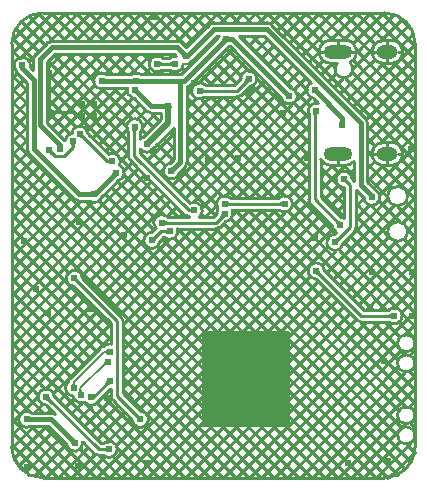
<source format=gbl>
G04 Layer: BottomLayer*
G04 EasyEDA Pro v2.2.32.3, 2024-12-21 19:23:06*
G04 Gerber Generator version 0.3*
G04 Scale: 100 percent, Rotated: No, Reflected: No*
G04 Dimensions in millimeters*
G04 Leading zeros omitted, absolute positions, 3 integers and 5 decimals*
%FSLAX35Y35*%
%MOMM*%
%ADD10C,0.2032*%
%ADD11C,0.254*%
%ADD12O,1.8X1.2*%
%ADD13O,2.4X1.2*%
%ADD14C,0.61*%
%ADD15C,0.6096*%
%ADD16C,0.18723*%
%ADD17C,0.3810*%
%ADD18C,0.381*%
%ADD19C,0.508*%
G75*


G04 Copper Start*
G36*
G01X5483860Y-5915660D02*
G01X6212840Y-5915660D01*
G01X6212840Y-6708140D01*
G01X5483860Y-6708140D01*
G01X5483860Y-5915660D01*
G37*
G54D10*
G01X5483860Y-5915660D02*
G01X6212840Y-5915660D01*
G01X6212840Y-6708140D01*
G01X5483860Y-6708140D01*
G01X5483860Y-5915660D01*
G54D11*
G01X3861054Y-3475000D02*
G02X4122700Y-3213354I261646J0D01*
G01X7015200Y-3213354D01*
G02X7276846Y-3475000I0J-261646D01*
G01X7276846Y-6888200D01*
G02X7015200Y-7149846I-261646J0D01*
G01X4122700Y-7149846D01*
G02X3861054Y-6888200I0J261646D01*
G01X3861054Y-3475000D01*
G01X4999314Y-5188588D02*
G03X5116659Y-5145090I48687J48687D01*
G01X5116874Y-5143229D01*
G01X5145348Y-5114755D01*
G01X5154054Y-5114755D01*
G01X5155521Y-5115919D01*
G03X5239734Y-5120215I44880J52218D01*
G03X5264957Y-5039754I-39333J56514D01*
G01X5588000Y-5039754D01*
G03X5624101Y-5024800I0J51054D01*
G01X5667529Y-4981372D01*
G01X5669389Y-4981158D01*
G03X5726102Y-4882349I-5189J68658D01*
G01X6124951Y-4882349D01*
G01X6126418Y-4883513D01*
G03X6240152Y-4831295I44880J52218D01*
G03X6126418Y-4779077I-68854J0D01*
G01X6124951Y-4780241D01*
G01X5709644Y-4780241D01*
G01X5708177Y-4779077D01*
G03X5616297Y-4780978I-44880J-52218D01*
G03X5608145Y-4872515I47000J-50317D01*
G03X5595542Y-4907311I56055J-39984D01*
G01X5595327Y-4909171D01*
G01X5566853Y-4937646D01*
G01X5451097Y-4937646D01*
G03X5462819Y-4845268I-44462J52574D01*
G03X5371782Y-4825690I-56183J-39803D01*
G01X4949689Y-4403598D01*
G01X4949689Y-4367115D01*
G03X5010843Y-4393030I54111J42578D01*
G03X5065443Y-4355212I-7043J68493D01*
G01X5069223Y-4350019D01*
G01X5071792Y-4346936D01*
G01X5075203Y-4343296D01*
G01X5231417Y-4187082D01*
G01X5232146Y-4186340D01*
G01X5232146Y-4452820D01*
G01X5199645Y-4485321D01*
G03X5164663Y-4601485I13705J-67476D01*
G03X5280826Y-4566503I48687J48687D01*
G01X5330141Y-4517188D01*
G03X5346954Y-4476598I-40591J40591D01*
G01X5346954Y-3842150D01*
G03X5361891Y-3831388I-25654J51353D01*
G01X5690605Y-3502674D01*
G03X5707966Y-3496645I-13705J67476D01*
G01X6142824Y-3931503D01*
G03X6258987Y-3966485I67476J13705D01*
G03X6224005Y-3850321I-48687J48687D01*
G01X5783837Y-3410153D01*
G01X5995972Y-3410153D01*
G01X6392765Y-3806947D01*
G03X6358153Y-3877654I33434J-60192D01*
G03X6412494Y-3934615I68046J10515D01*
G01X6456369Y-3978490D01*
G03X6373538Y-4059198I-15330J-67126D01*
G01X6374395Y-4064295D01*
G01X6374829Y-4069073D01*
G01X6375146Y-4082267D01*
G01X6375146Y-4792777D01*
G03X6390099Y-4828877I51054J0D01*
G01X6575367Y-5014145D01*
G01X6575581Y-5016005D01*
G03X6610537Y-5070858I68658J5189D01*
G01X6594474Y-5086921D01*
G01X6592614Y-5087135D01*
G03X6549115Y-5204481I5189J-68658D01*
G03X6666461Y-5160982I48687J48687D01*
G01X6666675Y-5159122D01*
G01X6760903Y-5064894D01*
G03X6775856Y-5028794I-36101J36101D01*
G01X6775856Y-4710687D01*
G01X6839947Y-4774778D01*
G03X6943270Y-4834753I68853J-372D01*
G03X6942818Y-4715285I-34470J59604D01*
G01X6872727Y-4645195D01*
G01X6872727Y-4148323D01*
G03X6855914Y-4107732I-57404J0D01*
G01X6060340Y-3312158D01*
G03X6019749Y-3295345I-40591J-40591D01*
G01X5575300Y-3295345D01*
G03X5534709Y-3312158I0J-57404D01*
G01X5340350Y-3506518D01*
G01X5298442Y-3464609D01*
G03X5257851Y-3447796I-40591J-40591D01*
G01X4203700Y-3447796D01*
G03X4163109Y-3464609I0J-57404D01*
G01X4061509Y-3566209D01*
G03X4044696Y-3606800I40591J-40591D01*
G01X4044696Y-3695646D01*
G01X4018513Y-3669464D01*
G03X3934842Y-3590448I-67797J12016D01*
G03X3895517Y-3698606I15874J-66999D01*
G03X3910125Y-3723438I55199J15758D01*
G01X3993896Y-3807209D01*
G01X3993896Y-4367632D01*
G03X4010709Y-4408222I57404J0D01*
G01X4392725Y-4790238D01*
G03X4433316Y-4807052I40591J40591D01*
G01X4522294Y-4807052D01*
G03X4627046Y-4766618I38022J57404D01*
G01X4758846Y-4634817D01*
G03X4813540Y-4575244I-13705J67476D01*
G03X4773873Y-4504768I-68399J7903D01*
G03X4762938Y-4423112I-60152J33505D01*
G03X4681540Y-4410392I-49217J-48151D01*
G01X4506073Y-4234925D01*
G01X4505858Y-4233064D01*
G03X4436762Y-4169400I-68658J-5189D01*
G03X4368481Y-4233939I438J-68853D01*
G03X4312868Y-4295869I13006J-67615D01*
G03X4307791Y-4290058I-45668J-34780D01*
G01X4159504Y-4141772D01*
G01X4159504Y-3630578D01*
G01X4227478Y-3562604D01*
G01X5234073Y-3562604D01*
G01X5248461Y-3576992D01*
G03X5200220Y-3593546I-3361J-68772D01*
G01X5198753Y-3594710D01*
G01X5139047Y-3594710D01*
G01X5137580Y-3593546D01*
G03X5023846Y-3645764I-44880J-52218D01*
G03X5137580Y-3697981I68854J0D01*
G01X5139047Y-3696818D01*
G01X5198753Y-3696818D01*
G01X5200220Y-3697981D01*
G03X5313939Y-3647216I44880J52218D01*
G03X5359488Y-3645312I20061J65867D01*
G03X5393864Y-3615367I-25488J63963D01*
G01X5599078Y-3410153D01*
G01X5612762Y-3410153D01*
G03X5609424Y-3421492I64138J-25044D01*
G01X5297522Y-3733394D01*
G01X4952922Y-3733394D01*
G03X4876878Y-3733394I-38022J-57404D01*
G01X4661759Y-3733394D01*
G03X4554325Y-3789742I-38583J-57028D01*
G03X4660624Y-3848202I68851J-680D01*
G01X4841500Y-3848202D01*
G03X4893231Y-3937104I65435J-21426D01*
G01X4999695Y-4043569D01*
G03X5040286Y-4060382I40591J40591D01*
G01X5122582Y-4060382D01*
G01X5122582Y-4115593D01*
G01X4985041Y-4253134D01*
G01X4981401Y-4256544D01*
G01X4978318Y-4259114D01*
G01X4973124Y-4262894D01*
G03X4949689Y-4281959I30675J-61643D01*
G01X4949689Y-4227293D01*
G03X4909361Y-4108956I-47489J49856D01*
G03X4845424Y-4216389I-7161J-68481D01*
G01X4847348Y-4219334D01*
G01X4847581Y-4219775D01*
G01X4847581Y-4424745D01*
G03X4862534Y-4460846I51054J0D01*
G01X5322861Y-4921172D01*
G03X5358962Y-4936126I36101J36101D01*
G01X5360288Y-4936126D01*
G01X5361755Y-4937289D01*
G01X5362173Y-4937646D01*
G01X5177147Y-4937646D01*
G01X5175680Y-4936482D01*
G03X5081235Y-4940907I-44880J-52218D01*
G03X5080250Y-5035450I49565J-47793D01*
G01X5044672Y-5071028D01*
G01X5042812Y-5071243D01*
G03X4999314Y-5188588I5189J-68658D01*
G01X4326724Y-6871705D02*
G03X4407296Y-6925597I67476J13705D01*
G03X4461912Y-6845514I-13096J67597D01*
G01X4561299Y-6944901D01*
G03X4597400Y-6959854I36101J36101D01*
G01X4639953Y-6959854D01*
G01X4641420Y-6961018D01*
G03X4755154Y-6908800I44880J52218D01*
G03X4641420Y-6856582I-68854J0D01*
G01X4639953Y-6857746D01*
G01X4618547Y-6857746D01*
G01X4221773Y-6460971D01*
G01X4221558Y-6459111D01*
G03X4104213Y-6415613I-68658J-5189D01*
G03X4147711Y-6532958I48687J-48687D01*
G01X4149571Y-6533173D01*
G01X4224803Y-6608404D01*
G03X4191000Y-6597396I-33803J-46396D01*
G01X4025822Y-6597396D01*
G03X3918946Y-6654800I-38022J-57404D01*
G03X4025822Y-6712204I68854J0D01*
G01X4167222Y-6712204D01*
G01X4326724Y-6871705D01*
G01X4699943Y-6016078D02*
G03X4641540Y-6036048I-9287J-68225D01*
G01X4640983Y-6036588D01*
G01X4639856Y-6036588D01*
G03X4606116Y-6050563I0J-47716D01*
G01X4352116Y-6304563D01*
G03X4338141Y-6338303I33740J-33740D01*
G01X4338141Y-6339430D01*
G01X4337601Y-6339988D01*
G03X4378967Y-6457612I48255J-49116D01*
G03X4478070Y-6506566I67739J12342D01*
G03X4598699Y-6496316I57537J37821D01*
G01X4600332Y-6492728D01*
G01X4601651Y-6490236D01*
G01X4602452Y-6488998D01*
G01X4603317Y-6487976D01*
G01X4695926Y-6395368D01*
G01X4697786Y-6395153D01*
G01X4699943Y-6394956D01*
G01X4699943Y-6455660D01*
G03X4714897Y-6491761I51054J0D01*
G01X4881714Y-6658578D01*
G01X4881929Y-6660438D01*
G03X4999274Y-6703937I68658J5189D01*
G03X4955776Y-6586591I-48687J48687D01*
G01X4953916Y-6586377D01*
G01X4802051Y-6434513D01*
G01X4802051Y-5820660D01*
G03X4787098Y-5784559I-51054J0D01*
G01X4460660Y-5458121D01*
G01X4460445Y-5456261D01*
G03X4343100Y-5412762I-68658J-5189D01*
G03X4386598Y-5530108I48687J-48687D01*
G01X4388458Y-5530322D01*
G01X4699943Y-5841807D01*
G01X4699943Y-6016078D01*
G01X5764936Y-3924554D02*
G03X5801037Y-3909601I0J51054D01*
G01X5870729Y-3839909D01*
G01X5872589Y-3839695D01*
G03X5916087Y-3722349I-5189J68658D01*
G03X5798742Y-3765848I-48687J-48687D01*
G01X5798527Y-3767708D01*
G01X5743789Y-3822446D01*
G01X5498029Y-3822446D01*
G01X5496562Y-3821282D01*
G03X5382828Y-3873500I-44880J-52218D01*
G03X5496562Y-3925718I68854J0D01*
G01X5498029Y-3924554D01*
G01X5764936Y-3924554D01*
G01X6840145Y-5727485D02*
G01X6506870Y-5394210D01*
G01X6506656Y-5392350D01*
G03X6389310Y-5348852I-68658J-5189D01*
G03X6432809Y-5466197I48687J-48687D01*
G01X6434669Y-5466412D01*
G01X6782897Y-5814639D01*
G03X6818998Y-5829593I36101J36101D01*
G01X7052051Y-5829593D01*
G01X7053518Y-5830757D01*
G03X7167252Y-5778539I44880J52218D01*
G03X7053518Y-5726321I-68854J0D01*
G01X7052051Y-5727485D01*
G01X6840145Y-5727485D01*
G01X6683990Y-3444743D02*
G01X6563990Y-3444743D01*
G03X6563990Y-3641451I0J-98354D01*
G01X6613799Y-3641451D01*
G03X6680288Y-3763191I60203J-46147D01*
G03X6725757Y-3632142I-6286J75594D01*
G03X6683990Y-3444743I-41768J89045D01*
G01X7011998Y-4505457D02*
G01X7071998Y-4505457D01*
G03X7071998Y-4308749I0J98354D01*
G01X7011998Y-4308749D01*
G03X7011998Y-4505457I0J-98354D01*
G01X7011998Y-3641451D02*
G01X7071998Y-3641451D01*
G03X7071998Y-3444743I0J98354D01*
G01X7011998Y-3444743D01*
G03X7011998Y-3641451I0J-98354D01*
G01X7212272Y-4764888D02*
G03X7045561Y-4764888I-83355J0D01*
G03X7212272Y-4764888I83355J0D01*
G01X7212272Y-5064887D02*
G03X7045561Y-5064887I-83355J0D01*
G03X7212272Y-5064887I83355J0D01*
G01X7275551Y-6011012D02*
G03X7128840Y-6011012I-73355J0D01*
G03X7275551Y-6011012I73355J0D01*
G01X7275551Y-6790614D02*
G03X7128840Y-6790614I-73355J0D01*
G03X7275551Y-6790614I73355J0D01*
G01X7275551Y-6181014D02*
G03X7128840Y-6181014I-73355J0D01*
G03X7275551Y-6181014I73355J0D01*
G01X7275551Y-6620612D02*
G03X7128840Y-6620612I-73355J0D01*
G03X7275551Y-6620612I73355J0D01*
G01X3862962Y-3443458D02*
G01X4091158Y-3215262D01*
G01X3861054Y-3553129D02*
G01X4200829Y-3213354D01*
G01X3861054Y-3660892D02*
G01X3884978Y-3636968D01*
G01X3930236Y-3591710D02*
G01X4308592Y-3213354D01*
G01X3861054Y-3768655D02*
G01X3908244Y-3721465D01*
G01X4008969Y-3620740D02*
G01X4053571Y-3576138D01*
G01X4173038Y-3456671D02*
G01X4416355Y-3213354D01*
G01X3861054Y-3876418D02*
G01X3962080Y-3775393D01*
G01X4043261Y-3694211D02*
G01X4044696Y-3692776D01*
G01X4289676Y-3447796D02*
G01X4524118Y-3213354D01*
G01X3861054Y-3984181D02*
G01X3993896Y-3851339D01*
G01X4159504Y-3685731D02*
G01X4282631Y-3562604D01*
G01X4397439Y-3447796D02*
G01X4631881Y-3213354D01*
G01X3861054Y-4091944D02*
G01X3993896Y-3959102D01*
G01X4159504Y-3793494D02*
G01X4390394Y-3562604D01*
G01X4505202Y-3447796D02*
G01X4739644Y-3213354D01*
G01X3861054Y-4199707D02*
G01X3993896Y-4066865D01*
G01X4159504Y-3901257D02*
G01X4498157Y-3562604D01*
G01X4612965Y-3447796D02*
G01X4847407Y-3213354D01*
G01X3861054Y-4307471D02*
G01X3993896Y-4174629D01*
G01X4159504Y-4009021D02*
G01X4605921Y-3562604D01*
G01X4720729Y-3447796D02*
G01X4955171Y-3213354D01*
G01X3861054Y-4415234D02*
G01X3993896Y-4282392D01*
G01X4159504Y-4116784D02*
G01X4713684Y-3562604D01*
G01X4828492Y-3447796D02*
G01X5062934Y-3213354D01*
G01X3861054Y-4522997D02*
G01X3997207Y-4386844D01*
G01X4200892Y-4183159D02*
G01X4562011Y-3822040D01*
G01X4654794Y-3729257D02*
G01X4821447Y-3562604D01*
G01X4936255Y-3447796D02*
G01X5170697Y-3213354D01*
G01X3861054Y-4630760D02*
G01X4047150Y-4444663D01*
G01X4254773Y-4237041D02*
G01X4633284Y-3858530D01*
G01X4758420Y-3733394D02*
G01X4929210Y-3562604D01*
G01X5044018Y-3447796D02*
G01X5278460Y-3213354D01*
G01X3861054Y-4738523D02*
G01X4101032Y-4498545D01*
G01X4308645Y-4290931D02*
G01X4314678Y-4284899D01*
G01X4364833Y-4234744D02*
G01X4368747Y-4230829D01*
G01X4429776Y-4169800D02*
G01X4751375Y-3848202D01*
G01X4866183Y-3733394D02*
G01X5036973Y-3562604D01*
G01X5151781Y-3447796D02*
G01X5386223Y-3213354D01*
G01X3861054Y-4846286D02*
G01X4154913Y-4552427D01*
G01X4499146Y-4208194D02*
G01X4838083Y-3869257D01*
G01X4973946Y-3733394D02*
G01X5031005Y-3676335D01*
G01X5123271Y-3584069D02*
G01X5144736Y-3562604D01*
G01X5259520Y-3447820D02*
G01X5493986Y-3213354D01*
G01X3861054Y-4954049D02*
G01X4208795Y-4606308D01*
G01X4543126Y-4271977D02*
G01X4881494Y-3933609D01*
G01X5081709Y-3733394D02*
G01X5100986Y-3714117D01*
G01X5237806Y-3577297D02*
G01X5243286Y-3571817D01*
G01X5324468Y-3490635D02*
G01X5601749Y-3213354D01*
G01X3861054Y-5061812D02*
G01X4262676Y-4660190D01*
G01X4597007Y-4325859D02*
G01X4939496Y-3983370D01*
G01X5189472Y-3733394D02*
G01X5215119Y-3707747D01*
G01X5627521Y-3295345D02*
G01X5709512Y-3213354D01*
G01X3861054Y-5169575D02*
G01X4316558Y-4714071D01*
G01X4650889Y-4379740D02*
G01X4835625Y-4195004D01*
G01X4919768Y-4110861D02*
G01X4993378Y-4037251D01*
G01X5297236Y-3733394D02*
G01X5609498Y-3421131D01*
G01X5735284Y-3295345D02*
G01X5817275Y-3213354D01*
G01X3861054Y-5277338D02*
G01X4370440Y-4767953D01*
G01X4733177Y-4405216D02*
G01X4847581Y-4290811D01*
G01X4970403Y-4167989D02*
G01X5078010Y-4060382D01*
G01X5843047Y-3295345D02*
G01X5925038Y-3213354D01*
G01X3861054Y-5385101D02*
G01X4439104Y-4807052D01*
G01X4782187Y-4463968D02*
G01X4847581Y-4398574D01*
G01X5346954Y-3899201D02*
G01X5383724Y-3862431D01*
G01X5440614Y-3805541D02*
G01X5728738Y-3517417D01*
G01X5809920Y-3436236D02*
G01X5836002Y-3410153D01*
G01X5950810Y-3295345D02*
G01X6032801Y-3213354D01*
G01X3861054Y-5492864D02*
G01X4538849Y-4815070D01*
G01X4809918Y-4544000D02*
G01X4877804Y-4476115D01*
G01X4950005Y-4403914D02*
G01X4969614Y-4384305D01*
G01X5346954Y-4006964D02*
G01X5419532Y-3934387D01*
G01X5531472Y-3822446D02*
G01X5782620Y-3571299D01*
G01X5863801Y-3490117D02*
G01X5943765Y-3410153D01*
G01X6049973Y-3303946D02*
G01X6140564Y-3213354D01*
G01X3861054Y-5600627D02*
G01X4931685Y-4529996D01*
G01X5003886Y-4457795D02*
G01X5232146Y-4229535D01*
G01X5346954Y-4114727D02*
G01X5537127Y-3924554D01*
G01X5639235Y-3822446D02*
G01X5836501Y-3625180D01*
G01X5917683Y-3543999D02*
G01X6023750Y-3437931D01*
G01X6104931Y-3356750D02*
G01X6248327Y-3213354D01*
G01X3861054Y-5708390D02*
G01X4985567Y-4583878D01*
G01X5057768Y-4511677D02*
G01X5232146Y-4337298D01*
G01X5346954Y-4222490D02*
G01X5644890Y-3924554D01*
G01X5867262Y-3702182D02*
G01X5890383Y-3679062D01*
G01X5971564Y-3597880D02*
G01X6077631Y-3491813D01*
G01X6158813Y-3410631D02*
G01X6356090Y-3213354D01*
G01X3861054Y-5816154D02*
G01X5039448Y-4637759D01*
G01X5111649Y-4565558D02*
G01X5149059Y-4528148D01*
G01X5188701Y-4488507D02*
G01X5232146Y-4445062D01*
G01X5346954Y-4330254D02*
G01X5752654Y-3924554D01*
G01X5931447Y-3745761D02*
G01X5944264Y-3732943D01*
G01X6025446Y-3651762D02*
G01X6131513Y-3545695D01*
G01X6212695Y-3464513D02*
G01X6463854Y-3213354D01*
G01X3861054Y-5923917D02*
G01X4322935Y-5462035D01*
G01X4392373Y-5392598D02*
G01X5093330Y-4691641D01*
G01X5165531Y-4619440D02*
G01X5174993Y-4609978D01*
G01X5346954Y-4438017D02*
G01X5998146Y-3786825D01*
G01X6079327Y-3705643D02*
G01X6185395Y-3599576D01*
G01X6266576Y-3518395D02*
G01X6571617Y-3213354D01*
G01X3861054Y-6031680D02*
G01X4367033Y-5525700D01*
G01X4456038Y-5436696D02*
G01X5147211Y-4745522D01*
G01X5219413Y-4673321D02*
G01X6052027Y-3840706D01*
G01X6133209Y-3759525D02*
G01X6239276Y-3653458D01*
G01X6320458Y-3572276D02*
G01X6679380Y-3213354D01*
G01X3861054Y-6139443D02*
G01X4429316Y-5571180D01*
G01X4501518Y-5498979D02*
G01X5201093Y-4799404D01*
G01X5273294Y-4727203D02*
G01X6105909Y-3894588D01*
G01X6187090Y-3813406D02*
G01X6293158Y-3707339D01*
G01X6374339Y-3626158D02*
G01X6466014Y-3534483D01*
G01X6555376Y-3445121D02*
G01X6787143Y-3213354D01*
G01X3861054Y-6247206D02*
G01X4483198Y-5625062D01*
G01X4555399Y-5552861D02*
G01X4980167Y-5128093D01*
G01X5036193Y-5072067D02*
G01X5076818Y-5031442D01*
G01X5173542Y-4934718D02*
G01X5254974Y-4853286D01*
G01X5327176Y-4781084D02*
G01X6152715Y-3955545D01*
G01X6248047Y-3860213D02*
G01X6347039Y-3761221D01*
G01X6428221Y-3680039D02*
G01X6495032Y-3613228D01*
G01X6663517Y-3444743D02*
G01X6894906Y-3213354D01*
G01X3861054Y-6354969D02*
G01X4537080Y-5678943D01*
G01X4609281Y-5606742D02*
G01X5015449Y-5200574D01*
G01X5278377Y-4937646D02*
G01X5308856Y-4907167D01*
G01X5399427Y-4816596D02*
G01X6233341Y-3982682D01*
G01X6275185Y-3940838D02*
G01X6357943Y-3858079D01*
G01X6482102Y-3733921D02*
G01X6574572Y-3641451D01*
G01X6747784Y-3468239D02*
G01X7002669Y-3213354D01*
G01X3861054Y-6462732D02*
G01X4590961Y-5732825D01*
G01X4663162Y-5660624D02*
G01X5191774Y-5132012D01*
G01X5268713Y-5055073D02*
G01X5284032Y-5039754D01*
G01X5468644Y-4855142D02*
G01X6395178Y-3928608D01*
G01X6535984Y-3787802D02*
G01X6604901Y-3718885D01*
G01X6782330Y-3541456D02*
G01X7097238Y-3226548D01*
G01X3861054Y-6570495D02*
G01X4644843Y-5786706D01*
G01X4717044Y-5714505D02*
G01X5391795Y-5039754D01*
G01X5493903Y-4937646D02*
G01X5594670Y-4836879D01*
G01X5668881Y-4762668D02*
G01X6373346Y-4058204D01*
G01X6453627Y-3977922D02*
G01X6454714Y-3976835D01*
G01X6589865Y-3841684D02*
G01X6668311Y-3763238D01*
G01X6749643Y-3681906D02*
G01X6918274Y-3513275D01*
G01X6982176Y-3449373D02*
G01X7168547Y-3263002D01*
G01X3861054Y-6678258D02*
G01X4084736Y-6454576D01*
G01X4143176Y-6396136D02*
G01X4698724Y-5840588D01*
G01X4770925Y-5768387D02*
G01X5499558Y-5039754D01*
G01X5759071Y-4780241D02*
G01X6375146Y-4164166D01*
G01X6643747Y-3895565D02*
G01X6935009Y-3604303D01*
G01X7092425Y-3446888D02*
G01X7223131Y-3316181D01*
G01X3861054Y-6786021D02*
G01X3941402Y-6705673D01*
G01X4049679Y-6597396D02*
G01X4121499Y-6525577D01*
G01X4214177Y-6432899D02*
G01X4699943Y-5947132D01*
G01X4802051Y-5845024D02*
G01X5615121Y-5031954D01*
G01X5733037Y-4914038D02*
G01X5764726Y-4882349D01*
G01X5866834Y-4780241D02*
G01X6375146Y-4271929D01*
G01X6697628Y-3949447D02*
G01X7005819Y-3641256D01*
G01X7155671Y-3491404D02*
G01X7261199Y-3385876D01*
G01X3861112Y-6893726D02*
G01X4042634Y-6712204D01*
G01X4157442Y-6597396D02*
G01X4185619Y-6569220D01*
G01X4257820Y-6497019D02*
G01X4328159Y-6426679D01*
G01X4802051Y-5952787D02*
G01X5872489Y-4882349D01*
G01X5974597Y-4780241D02*
G01X6375146Y-4379692D01*
G01X6751510Y-4003328D02*
G01X7276846Y-3477992D01*
G01X3879048Y-6983553D02*
G01X4150397Y-6712204D01*
G01X4311701Y-6550900D02*
G01X4385600Y-6477002D01*
G01X4802051Y-6060550D02*
G01X5980252Y-4882349D01*
G01X6082360Y-4780241D02*
G01X6375146Y-4487455D01*
G01X6805391Y-4057210D02*
G01X7276846Y-3585755D01*
G01X3918534Y-7051830D02*
G01X4212691Y-6757673D01*
G01X4365583Y-6604782D02*
G01X4457016Y-6513348D01*
G01X4802051Y-6168313D02*
G01X6088015Y-4882349D01*
G01X6201127Y-4769238D02*
G01X6375146Y-4595218D01*
G01X6859134Y-4111231D02*
G01X7276846Y-3693518D01*
G01X3974381Y-7103746D02*
G01X4266573Y-6811555D01*
G01X4419464Y-6658663D02*
G01X4540718Y-6537409D01*
G01X4802051Y-6276076D02*
G01X6178339Y-4899788D01*
G01X6239791Y-4838337D02*
G01X6375146Y-4702982D01*
G01X6872727Y-4205400D02*
G01X7276846Y-3801282D01*
G01X4047180Y-7138710D02*
G01X4320455Y-6865436D01*
G01X4473346Y-6712545D02*
G01X4706039Y-6479852D01*
G01X4802051Y-6383839D02*
G01X6377570Y-4808321D01*
G01X6872727Y-4313163D02*
G01X7276846Y-3909045D01*
G01X4143808Y-7149846D02*
G01X4370872Y-6922782D01*
G01X4527227Y-6766426D02*
G01X4758395Y-6535259D01*
G01X4830596Y-6463057D02*
G01X6427438Y-4866216D01*
G01X6872727Y-4420926D02*
G01X6919233Y-4374421D01*
G01X6979316Y-4314338D02*
G01X7276846Y-4016808D01*
G01X4251571Y-7149846D02*
G01X4508908Y-6892509D01*
G01X4581109Y-6820308D02*
G01X4812276Y-6589140D01*
G01X4884478Y-6516939D02*
G01X6481319Y-4920097D01*
G01X6872727Y-4528690D02*
G01X6934173Y-4467243D01*
G01X7090845Y-4310572D02*
G01X7276846Y-4124571D01*
G01X4359334Y-7149846D02*
G01X4562820Y-6946360D01*
G01X4666250Y-6842930D02*
G01X4866158Y-6643022D01*
G01X4938359Y-6570821D02*
G01X6535201Y-4973979D01*
G01X6775856Y-4733323D02*
G01X6787175Y-4722005D01*
G01X6872727Y-4636453D02*
G01X7004045Y-4505135D01*
G01X7154938Y-4354242D02*
G01X7276846Y-4232334D01*
G01X4467097Y-7149846D02*
G01X4649775Y-6967168D01*
G01X4744668Y-6872275D02*
G01X4907771Y-6709172D01*
G01X5004510Y-6612433D02*
G01X6580380Y-5036563D01*
G01X6775856Y-4841086D02*
G01X6839970Y-4776973D01*
G01X6922238Y-4694705D02*
G01X7131611Y-4485332D01*
G01X7150226Y-4466717D02*
G01X7276846Y-4340097D01*
G01X4574860Y-7149846D02*
G01X6536862Y-5187844D01*
G01X6775856Y-4948850D02*
G01X6884961Y-4839745D01*
G01X6973396Y-4751310D02*
G01X7276846Y-4447860D01*
G01X4682623Y-7149846D02*
G01X6387801Y-5444668D01*
G01X6485127Y-5347342D02*
G01X6608687Y-5223782D01*
G01X6665791Y-5166678D02*
G01X7047915Y-4784554D01*
G01X7148583Y-4683886D02*
G01X7276846Y-4555623D01*
G01X4790386Y-7149846D02*
G01X6454245Y-5485987D01*
G01X6526446Y-5413786D02*
G01X7097953Y-4842279D01*
G01X7206307Y-4733925D02*
G01X7276846Y-4663386D01*
G01X4898149Y-7149846D02*
G01X6508126Y-5539869D01*
G01X6580328Y-5467668D02*
G01X7276846Y-4771149D01*
G01X5005912Y-7149846D02*
G01X6562008Y-5593750D01*
G01X6634209Y-5521549D02*
G01X7054107Y-5101651D01*
G01X7165681Y-4990077D02*
G01X7276846Y-4878912D01*
G01X5113675Y-7149846D02*
G01X6615889Y-5647632D01*
G01X6688091Y-5575431D02*
G01X7116248Y-5147274D01*
G01X7211303Y-5052218D02*
G01X7276846Y-4986675D01*
G01X5221438Y-7149846D02*
G01X6669771Y-5701513D01*
G01X6741972Y-5629312D02*
G01X7276846Y-5094438D01*
G01X5329201Y-7149846D02*
G01X6723652Y-5755395D01*
G01X6795854Y-5683194D02*
G01X7276846Y-5202201D01*
G01X5436965Y-7149846D02*
G01X6777534Y-5809277D01*
G01X6859326Y-5727485D02*
G01X7276846Y-5309965D01*
G01X5544728Y-7149846D02*
G01X6864981Y-5829593D01*
G01X6967089Y-5727485D02*
G01X7276846Y-5417728D01*
G01X5652491Y-7149846D02*
G01X6972744Y-5829593D01*
G01X7092389Y-5709947D02*
G01X7276846Y-5525491D01*
G01X5760254Y-7149846D02*
G01X7069203Y-5840897D01*
G01X7160756Y-5749344D02*
G01X7276846Y-5633254D01*
G01X5868017Y-7149846D02*
G01X7276846Y-5741017D01*
G01X5975780Y-7149846D02*
G01X7130604Y-5995022D01*
G01X7186206Y-5939420D02*
G01X7276846Y-5848780D01*
G01X6083543Y-7149846D02*
G01X7161407Y-6071982D01*
G01X7263165Y-5970224D02*
G01X7276846Y-5956543D01*
G01X6191306Y-7149846D02*
G01X7133751Y-6207401D01*
G01X7228583Y-6112569D02*
G01X7276846Y-6064306D01*
G01X6299069Y-7149846D02*
G01X7194909Y-6254006D01*
G01X7275188Y-6173727D02*
G01X7276846Y-6172069D01*
G01X6406832Y-7149846D02*
G01X7276846Y-6279832D01*
G01X6514595Y-7149846D02*
G01X7276846Y-6387595D01*
G01X6622358Y-7149846D02*
G01X7131613Y-6640591D01*
G01X7222175Y-6550030D02*
G01X7276846Y-6495358D01*
G01X6730121Y-7149846D02*
G01X7187490Y-6692478D01*
G01X7274061Y-6605906D02*
G01X7276846Y-6603121D01*
G01X6837885Y-7149846D02*
G01X7147848Y-6839882D01*
G01X7251464Y-6736267D02*
G01X7276846Y-6710885D01*
G01X6945648Y-7149846D02*
G01X7246157Y-6849337D01*
G01X7260918Y-6834575D02*
G01X7276846Y-6818648D01*
G01X7056727Y-7146530D02*
G01X7273530Y-6929727D01*
G01X3887415Y-7002654D02*
G01X4008246Y-7123485D01*
G01X3861054Y-6868529D02*
G01X4142371Y-7149846D01*
G01X3861054Y-6760766D02*
G01X4250134Y-7149846D01*
G01X3861054Y-6653003D02*
G01X4357897Y-7149846D01*
G01X3861054Y-6545240D02*
G01X3931284Y-6615470D01*
G01X4028018Y-6712204D02*
G01X4465660Y-7149846D01*
G01X3861054Y-6437477D02*
G01X4015217Y-6591640D01*
G01X4135781Y-6712204D02*
G01X4573423Y-7149846D01*
G01X3861054Y-6329714D02*
G01X4128736Y-6597396D01*
G01X4440396Y-6909057D02*
G01X4681186Y-7149846D01*
G01X3861054Y-6221951D02*
G01X4086224Y-6447121D01*
G01X4598957Y-6959854D02*
G01X4788949Y-7149846D01*
G01X3861054Y-6114188D02*
G01X4143024Y-6396158D01*
G01X4717198Y-6970332D02*
G01X4896712Y-7149846D01*
G01X3861054Y-6006425D02*
G01X4695146Y-6840516D01*
G01X4754584Y-6899954D02*
G01X5004475Y-7149846D01*
G01X3861054Y-5898662D02*
G01X4323121Y-6360728D01*
G01X4471786Y-6509394D02*
G01X5112238Y-7149846D01*
G01X3861054Y-5790899D02*
G01X4363417Y-6293262D01*
G01X4585913Y-6515757D02*
G01X5220001Y-7149846D01*
G01X3861054Y-5683136D02*
G01X4417299Y-6239381D01*
G01X4634606Y-6456687D02*
G01X5327764Y-7149846D01*
G01X3861054Y-5575373D02*
G01X4471180Y-6185499D01*
G01X4688487Y-6402806D02*
G01X4699943Y-6414262D01*
G01X4994206Y-6708525D02*
G01X5435527Y-7149846D01*
G01X3861054Y-5467610D02*
G01X4525062Y-6131617D01*
G01X4802051Y-6408607D02*
G01X5543290Y-7149846D01*
G01X3861054Y-5359846D02*
G01X4578943Y-6077736D01*
G01X4802051Y-6300844D02*
G01X5651054Y-7149846D01*
G01X3861054Y-5252083D02*
G01X4643295Y-6034325D01*
G01X4802051Y-6193081D02*
G01X5758817Y-7149846D01*
G01X3861054Y-5144320D02*
G01X4699943Y-5983210D01*
G01X4802051Y-6085318D02*
G01X5866580Y-7149846D01*
G01X3861054Y-5036557D02*
G01X4699943Y-5875447D01*
G01X4802051Y-5977555D02*
G01X5974343Y-7149846D01*
G01X3861054Y-4928794D02*
G01X4344071Y-5411811D01*
G01X4802051Y-5869791D02*
G01X6082106Y-7149846D01*
G01X3861054Y-4821031D02*
G01X6189869Y-7149846D01*
G01X3861054Y-4713268D02*
G01X6297632Y-7149846D01*
G01X3861054Y-4605505D02*
G01X6405395Y-7149846D01*
G01X3861054Y-4497742D02*
G01X6513158Y-7149846D01*
G01X3861054Y-4389979D02*
G01X6620921Y-7149846D01*
G01X3861054Y-4282216D02*
G01X6728684Y-7149846D01*
G01X3861054Y-4174453D02*
G01X3993896Y-4307295D01*
G01X4493653Y-4807052D02*
G01X6836447Y-7149846D01*
G01X3861054Y-4066690D02*
G01X3993896Y-4199532D01*
G01X4600164Y-4805799D02*
G01X6944210Y-7149846D01*
G01X3861054Y-3958926D02*
G01X3993896Y-4091768D01*
G01X4647896Y-4745768D02*
G01X4996419Y-5094292D01*
G01X5093610Y-5191483D02*
G01X7049690Y-7147563D01*
G01X3861054Y-3851163D02*
G01X3993896Y-3984005D01*
G01X4701777Y-4691887D02*
G01X5062796Y-5052905D01*
G01X5134997Y-5125106D02*
G01X7132146Y-7122256D01*
G01X3861054Y-3743400D02*
G01X3993896Y-3876242D01*
G01X4159504Y-4041850D02*
G01X4355461Y-4237808D01*
G01X4755659Y-4638005D02*
G01X5071449Y-4953795D01*
G01X5238624Y-5120971D02*
G01X7195479Y-7077826D01*
G01X3861054Y-3635637D02*
G01X3881869Y-3656452D01*
G01X4159504Y-3934087D02*
G01X4403581Y-4178164D01*
G01X4811418Y-4586002D02*
G01X5147258Y-4921842D01*
G01X5265170Y-5039754D02*
G01X7242756Y-7017339D01*
G01X3861054Y-3527874D02*
G01X3926262Y-3593082D01*
G01X4159504Y-3826324D02*
G01X4741396Y-4408217D01*
G01X4776768Y-4443588D02*
G01X5270826Y-4937646D01*
G01X5372934Y-5039754D02*
G01X7129027Y-6795847D01*
G01X7196962Y-6863782D02*
G01X7271919Y-6938739D01*
G01X3865887Y-3424944D02*
G01X4044773Y-3603830D01*
G01X4159504Y-3718561D02*
G01X4847581Y-4406638D01*
G01X5480697Y-5039754D02*
G01X7167127Y-6726184D01*
G01X7266625Y-6825682D02*
G01X7276846Y-6835903D01*
G01X3894935Y-3346229D02*
G01X4088212Y-3539506D01*
G01X4169394Y-3620688D02*
G01X4847581Y-4298875D01*
G01X4949689Y-4400983D02*
G01X5373449Y-4824743D01*
G01X5466964Y-4918258D02*
G01X5486352Y-4937646D01*
G01X5588458Y-5039752D02*
G01X7136560Y-6587854D01*
G01X7234953Y-6686247D02*
G01X7276846Y-6728140D01*
G01X3942125Y-3285656D02*
G01X4142094Y-3485625D01*
G01X4223275Y-3566806D02*
G01X4833348Y-4176879D01*
G01X5039737Y-4383268D02*
G01X5162664Y-4506195D01*
G01X5259953Y-4603484D02*
G01X5580484Y-4924015D01*
G01X5652685Y-4996216D02*
G01X7203742Y-6547273D01*
G01X7275534Y-6619065D02*
G01X7276846Y-6620377D01*
G01X4005369Y-3241137D02*
G01X4212028Y-3447796D01*
G01X4326836Y-3562604D02*
G01X4554322Y-3790090D01*
G01X4623507Y-3859275D02*
G01X4877426Y-4113194D01*
G01X4966443Y-4202211D02*
G01X5001204Y-4236971D01*
G01X5091365Y-4327133D02*
G01X5224599Y-4460367D01*
G01X5305781Y-4541549D02*
G01X5594452Y-4830220D01*
G01X5718748Y-4954516D02*
G01X7276846Y-6512614D01*
G01X4087701Y-3215705D02*
G01X4319791Y-3447796D01*
G01X4434599Y-3562604D02*
G01X4598238Y-3726243D01*
G01X4720197Y-3848202D02*
G01X5055085Y-4183090D01*
G01X5145247Y-4273252D02*
G01X5232146Y-4360151D01*
G01X5346954Y-4474959D02*
G01X5638903Y-4766907D01*
G01X5754344Y-4882349D02*
G01X7276846Y-6404851D01*
G01X4193112Y-3213354D02*
G01X4427554Y-3447796D01*
G01X4542362Y-3562604D02*
G01X4713152Y-3733394D01*
G01X4827960Y-3848202D02*
G01X4838887Y-3859129D01*
G01X5040140Y-4060382D02*
G01X5108967Y-4129208D01*
G01X5199128Y-4219370D02*
G01X5232146Y-4252388D01*
G01X5346954Y-4367196D02*
G01X5759999Y-4780241D01*
G01X5862107Y-4882349D02*
G01X6369578Y-5389819D01*
G01X6808195Y-5828437D02*
G01X7133928Y-6154170D01*
G01X7229039Y-6249281D02*
G01X7276846Y-6297088D01*
G01X4300875Y-3213354D02*
G01X4535317Y-3447796D01*
G01X4650125Y-3562604D02*
G01X4820915Y-3733394D01*
G01X5346954Y-4259433D02*
G01X5867762Y-4780241D01*
G01X5969870Y-4882349D02*
G01X6418906Y-5331385D01*
G01X6917114Y-5829593D02*
G01X7148360Y-6060839D01*
G01X7152368Y-6064847D02*
G01X7195487Y-6107966D01*
G01X7275243Y-6187722D02*
G01X7276846Y-6189325D01*
G01X4408638Y-3213354D02*
G01X4643080Y-3447796D01*
G01X4757888Y-3562604D02*
G01X4917269Y-3721984D01*
G01X5346954Y-4151670D02*
G01X5975526Y-4780241D01*
G01X6077634Y-4882349D02*
G01X6922769Y-5727485D01*
G01X7024877Y-5829593D02*
G01X7152416Y-5957132D01*
G01X7256075Y-6060791D02*
G01X7276846Y-6081562D01*
G01X4516401Y-3213354D02*
G01X4750843Y-3447796D01*
G01X4865651Y-3562604D02*
G01X5036441Y-3733394D01*
G01X5346954Y-4043907D02*
G01X6083289Y-4780241D01*
G01X6197865Y-4894817D02*
G01X7030532Y-5727485D01*
G01X7137948Y-5834901D02*
G01X7276846Y-5973799D01*
G01X4624165Y-3213354D02*
G01X4858607Y-3447796D01*
G01X4973415Y-3562604D02*
G01X5029425Y-3618614D01*
G01X5119850Y-3709039D02*
G01X5144204Y-3733394D01*
G01X5346954Y-3936143D02*
G01X6173280Y-4762470D01*
G01X6240123Y-4829312D02*
G01X6536083Y-5125272D01*
G01X6628324Y-5217513D02*
G01X7126484Y-5715674D01*
G01X7161263Y-5750452D02*
G01X7276846Y-5866035D01*
G01X4731928Y-3213354D02*
G01X4966370Y-3447796D01*
G01X5081178Y-3562604D02*
G01X5095542Y-3576968D01*
G01X5231918Y-3713344D02*
G01X5251967Y-3733394D01*
G01X5355486Y-3836912D02*
G01X5383380Y-3864806D01*
G01X5460377Y-3941803D02*
G01X6599984Y-5081411D01*
G01X6672185Y-5153612D02*
G01X7276846Y-5758272D01*
G01X4839691Y-3213354D02*
G01X5074133Y-3447796D01*
G01X5188941Y-3562604D02*
G01X5211822Y-3585485D01*
G01X5305378Y-3679042D02*
G01X5328626Y-3702290D01*
G01X5409808Y-3783471D02*
G01X5433443Y-3807106D01*
G01X5550891Y-3924554D02*
G01X6375146Y-4748809D01*
G01X6726067Y-5099730D02*
G01X7276846Y-5650509D01*
G01X4947454Y-3213354D02*
G01X5181896Y-3447796D01*
G01X5372520Y-3638420D02*
G01X5382508Y-3648408D01*
G01X5463689Y-3729590D02*
G01X5556546Y-3822446D01*
G01X5658654Y-3924554D02*
G01X6375146Y-4641046D01*
G01X6774516Y-5040416D02*
G01X7276846Y-5542746D01*
G01X5055217Y-3213354D02*
G01X5344365Y-3502502D01*
G01X5425547Y-3583684D02*
G01X5436389Y-3594527D01*
G01X5517571Y-3675708D02*
G01X5664309Y-3822446D01*
G01X5766396Y-3924533D02*
G01X6375146Y-4533283D01*
G01X6775856Y-4933994D02*
G01X7276846Y-5434983D01*
G01X5162980Y-3213354D02*
G01X5398247Y-3448621D01*
G01X5479428Y-3529802D02*
G01X5490271Y-3540645D01*
G01X5571453Y-3621827D02*
G01X5757931Y-3808305D01*
G01X5830132Y-3880506D02*
G01X6375146Y-4425520D01*
G01X6775856Y-4826230D02*
G01X7057502Y-5107876D01*
G01X7085927Y-5136302D02*
G01X7276846Y-5327220D01*
G01X5270743Y-3213354D02*
G01X5452128Y-3394739D01*
G01X5533310Y-3475921D02*
G01X5544153Y-3486764D01*
G01X5625334Y-3567945D02*
G01X5803296Y-3745907D01*
G01X5892530Y-3835141D02*
G01X6375146Y-4317757D01*
G01X6775856Y-4718467D02*
G01X6840396Y-4783007D01*
G01X6900942Y-4843553D02*
G01X7066749Y-5009360D01*
G01X7184444Y-5127055D02*
G01X7276846Y-5219457D01*
G01X5378506Y-3213354D02*
G01X5506010Y-3340858D01*
G01X5587191Y-3422039D02*
G01X5598034Y-3432882D01*
G01X5679216Y-3514064D02*
G01X5867334Y-3702182D01*
G01X5936254Y-3771102D02*
G01X6375146Y-4209994D01*
G01X6970620Y-4805468D02*
G01X7149186Y-4984034D01*
G01X7209770Y-5044617D02*
G01X7276846Y-5111694D01*
G01X5486269Y-3213354D02*
G01X5568647Y-3295732D01*
G01X6248198Y-3975283D02*
G01X6375146Y-4102231D01*
G01X6872727Y-4599812D02*
G01X7045961Y-4773046D01*
G01X7120758Y-4847843D02*
G01X7276846Y-5003931D01*
G01X5594032Y-3213354D02*
G01X5676023Y-3295345D01*
G01X5790831Y-3410153D02*
G01X6233731Y-3853053D01*
G01X6275045Y-3894366D02*
G01X6385541Y-4004863D01*
G01X6872727Y-4492049D02*
G01X7078891Y-4698213D01*
G01X7195591Y-4814913D02*
G01X7276846Y-4896168D01*
G01X5701795Y-3213354D02*
G01X5783786Y-3295345D01*
G01X5898594Y-3410153D02*
G01X6357368Y-3868927D01*
G01X6872727Y-4384286D02*
G01X6915739Y-4427298D01*
G01X6991803Y-4503361D02*
G01X7276846Y-4788405D01*
G01X5809558Y-3213354D02*
G01X5891550Y-3295345D01*
G01X6872727Y-4276523D02*
G01X6938242Y-4342037D01*
G01X7098127Y-4501923D02*
G01X7276846Y-4680642D01*
G01X5917321Y-3213354D02*
G01X5999313Y-3295345D01*
G01X6872727Y-4168760D02*
G01X7012717Y-4308749D01*
G01X7158280Y-4454313D02*
G01X7276846Y-4572879D01*
G01X6025085Y-3213354D02*
G01X7276846Y-4465115D01*
G01X6132848Y-3213354D02*
G01X6465685Y-3546191D01*
G01X6560896Y-3641402D02*
G01X6598622Y-3679129D01*
G01X6682471Y-3762978D02*
G01X7276846Y-4357352D01*
G01X6240611Y-3213354D02*
G01X6497698Y-3470441D01*
G01X6744024Y-3716767D02*
G01X7276846Y-4249589D01*
G01X6348374Y-3213354D02*
G01X6579763Y-3444743D01*
G01X6750538Y-3615518D02*
G01X7276846Y-4141826D01*
G01X6456137Y-3213354D02*
G01X6687592Y-3444809D01*
G01X6782278Y-3539495D02*
G01X7276846Y-4034063D01*
G01X6563900Y-3213354D02*
G01X6916286Y-3565740D01*
G01X6989355Y-3638809D02*
G01X7276846Y-3926300D01*
G01X6671663Y-3213354D02*
G01X6937357Y-3479048D01*
G01X7096626Y-3638317D02*
G01X7276846Y-3818537D01*
G01X6779426Y-3213354D02*
G01X7010822Y-3444750D01*
G01X7157600Y-3591528D02*
G01X7276846Y-3710774D01*
G01X6887189Y-3213354D02*
G01X7276846Y-3603011D01*
G01X6994952Y-3213354D02*
G01X7276846Y-3495248D01*
G01X7128536Y-3239175D02*
G01X7251025Y-3361664D01*
G01X6477254Y-4453450D02*
G03X6563990Y-4505432I86736J46372D01*
G01X6683990Y-4505432D01*
G03X6757919Y-4471946I0J98354D01*
G01X6757919Y-4634109D01*
G01X6742875Y-4619065D01*
G01X6742661Y-4617205D01*
G03X6625315Y-4573706I-68658J-5189D01*
G03X6668814Y-4691052I48687J-48687D01*
G01X6670674Y-4691266D01*
G01X6673748Y-4694341D01*
G01X6673748Y-4948606D01*
G03X6649428Y-4942158I-29509J-62210D01*
G01X6647568Y-4941943D01*
G01X6477254Y-4771630D01*
G01X6477254Y-4453450D01*
G01X6477254Y-4493110D02*
G01X6494092Y-4476272D01*
G01X6477254Y-4600874D02*
G01X6572696Y-4505432D01*
G01X6477254Y-4708637D02*
G01X6680459Y-4505432D01*
G01X6499639Y-4794015D02*
G01X6623963Y-4669690D01*
G01X6721299Y-4572355D02*
G01X6757919Y-4535734D01*
G01X6553521Y-4847896D02*
G01X6673748Y-4727668D01*
G01X6607402Y-4901778D02*
G01X6673748Y-4835431D01*
G01X6669986Y-4946957D02*
G01X6673748Y-4943194D01*
G01X6477254Y-4743154D02*
G01X6673748Y-4939649D01*
G01X6477254Y-4635391D02*
G01X6673748Y-4831886D01*
G01X6477254Y-4527628D02*
G01X6673748Y-4724122D01*
G01X6562814Y-4505425D02*
G01X6628291Y-4570902D01*
G01X6670584Y-4505432D02*
G01X6757919Y-4592767D01*
G01X6751509Y-4478594D02*
G01X6757919Y-4485004D01*
G01X6623990Y-4466824D02*
G01X6623990Y-4492732D01*
G01X6623990Y-3483351D02*
G01X6623990Y-3457443D01*
G01X6504244Y-3543097D02*
G01X6478336Y-3543097D01*
G01X6743736Y-3543097D02*
G01X6769644Y-3543097D01*
G01X7041998Y-4466849D02*
G01X7041998Y-4492757D01*
G01X7041998Y-4347357D02*
G01X7041998Y-4321449D01*
G01X6952252Y-4407103D02*
G01X6926344Y-4407103D01*
G01X7131743Y-4407103D02*
G01X7157651Y-4407103D01*
G01X7041998Y-3602843D02*
G01X7041998Y-3628751D01*
G01X7041998Y-3483351D02*
G01X7041998Y-3457443D01*
G01X6952252Y-3543097D02*
G01X6926344Y-3543097D01*
G01X7131743Y-3543097D02*
G01X7157651Y-3543097D01*
G04 Copper End*

G04 TearDrop Start*
G36*
G01X4672037Y-4483964D02*
G01X4672037Y-4458564D01*
G01X4674885Y-4458338D01*
G01X4677759Y-4457701D01*
G01X4683431Y-4455428D01*
G01X4688743Y-4452214D01*
G01X4693387Y-4448530D01*
G01X4693387Y-4493997D01*
G01X4688743Y-4490313D01*
G01X4683431Y-4487099D01*
G01X4677759Y-4484826D01*
G01X4674885Y-4484189D01*
G01X4672037Y-4483964D01*
G37*
G36*
G01X4475655Y-4258748D02*
G01X4457695Y-4276708D01*
G01X4455521Y-4274854D01*
G01X4453039Y-4273272D01*
G01X4447421Y-4270869D01*
G01X4441392Y-4269385D01*
G01X4435503Y-4268706D01*
G01X4467653Y-4236556D01*
G01X4468332Y-4242445D01*
G01X4469816Y-4248474D01*
G01X4472219Y-4254092D01*
G01X4473801Y-4256574D01*
G01X4475655Y-4258748D01*
G37*
G36*
G01X4216742Y-4398248D02*
G01X4198782Y-4416208D01*
G01X4196609Y-4414354D01*
G01X4194126Y-4412772D01*
G01X4188508Y-4410369D01*
G01X4182479Y-4408885D01*
G01X4176590Y-4408206D01*
G01X4208740Y-4376056D01*
G01X4209419Y-4381945D01*
G01X4210903Y-4387974D01*
G01X4213306Y-4393592D01*
G01X4214888Y-4396075D01*
G01X4216742Y-4398248D01*
G37*
G36*
G01X4394187Y-4343237D02*
G01X4368787Y-4343237D01*
G01X4368562Y-4340389D01*
G01X4367925Y-4337515D01*
G01X4365652Y-4331843D01*
G01X4362438Y-4326531D01*
G01X4358754Y-4321887D01*
G01X4404221Y-4321887D01*
G01X4400537Y-4326531D01*
G01X4397323Y-4331843D01*
G01X4395050Y-4337515D01*
G01X4394413Y-4340389D01*
G01X4394187Y-4343237D01*
G37*
G36*
G01X5493366Y-3860800D02*
G01X5493366Y-3886200D01*
G01X5490518Y-3886425D01*
G01X5487644Y-3887062D01*
G01X5481972Y-3889335D01*
G01X5476660Y-3892549D01*
G01X5472016Y-3896233D01*
G01X5472016Y-3850767D01*
G01X5476660Y-3854451D01*
G01X5481972Y-3857665D01*
G01X5487644Y-3859938D01*
G01X5490518Y-3860575D01*
G01X5493366Y-3860800D01*
G37*
G36*
G01X5846906Y-3809491D02*
G01X5828945Y-3791531D01*
G01X5830799Y-3789358D01*
G01X5832381Y-3786875D01*
G01X5834785Y-3781257D01*
G01X5836268Y-3775228D01*
G01X5836947Y-3769339D01*
G01X5869097Y-3801489D01*
G01X5863208Y-3802168D01*
G01X5857179Y-3803652D01*
G01X5851561Y-3806055D01*
G01X5849079Y-3807637D01*
G01X5846906Y-3809491D01*
G37*
G36*
G01X5203417Y-3658464D02*
G01X5203417Y-3633064D01*
G01X5206264Y-3632838D01*
G01X5209138Y-3632201D01*
G01X5214810Y-3629928D01*
G01X5220123Y-3626714D01*
G01X5224767Y-3623030D01*
G01X5224767Y-3668497D01*
G01X5220123Y-3664813D01*
G01X5214810Y-3661599D01*
G01X5209138Y-3659326D01*
G01X5206264Y-3658689D01*
G01X5203417Y-3658464D01*
G37*
G36*
G01X5134383Y-3633064D02*
G01X5134383Y-3658464D01*
G01X5131536Y-3658689D01*
G01X5128662Y-3659326D01*
G01X5122990Y-3661599D01*
G01X5117677Y-3664813D01*
G01X5113033Y-3668497D01*
G01X5113033Y-3623030D01*
G01X5117677Y-3626714D01*
G01X5122990Y-3629928D01*
G01X5128662Y-3632201D01*
G01X5131536Y-3632838D01*
G01X5134383Y-3633064D01*
G37*
G36*
G01X4431556Y-6408271D02*
G01X4450279Y-6399642D01*
G01X4450614Y-6403012D01*
G01X4451559Y-6406127D01*
G01X4453027Y-6409014D01*
G01X4454932Y-6411701D01*
G01X4459701Y-6416583D01*
G01X4465167Y-6420992D01*
G01X4420527Y-6429621D01*
G01X4424577Y-6423905D01*
G01X4428110Y-6419517D01*
G01X4429520Y-6417317D01*
G01X4430608Y-6414844D01*
G01X4431308Y-6411896D01*
G01X4431556Y-6408271D01*
G37*
G36*
G01X4646414Y-6199925D02*
G01X4641933Y-6177928D01*
G01X4644393Y-6175158D01*
G01X4646022Y-6172655D01*
G01X4647029Y-6170289D01*
G01X4647627Y-6167928D01*
G01X4648437Y-6162704D01*
G01X4650141Y-6155942D01*
G01X4672317Y-6195634D01*
G01X4665445Y-6194571D01*
G01X4658454Y-6194639D01*
G01X4655094Y-6195234D01*
G01X4651919Y-6196277D01*
G01X4649002Y-6197822D01*
G01X4646414Y-6199925D01*
G37*
G36*
G01X4376495Y-6347420D02*
G01X4395218Y-6347420D01*
G01X4395518Y-6350910D01*
G01X4396367Y-6353936D01*
G01X4397686Y-6356611D01*
G01X4399396Y-6359053D01*
G01X4403680Y-6363691D01*
G01X4408590Y-6368770D01*
G01X4363123Y-6368770D01*
G01X4368033Y-6363691D01*
G01X4372316Y-6359053D01*
G01X4374027Y-6356611D01*
G01X4375345Y-6353936D01*
G01X4376194Y-6350910D01*
G01X4376495Y-6347420D01*
G37*
G36*
G01X4648973Y-6093665D02*
G01X4648973Y-6074942D01*
G01X4652463Y-6074641D01*
G01X4655488Y-6073793D01*
G01X4658164Y-6072474D01*
G01X4660605Y-6070763D01*
G01X4665244Y-6066480D01*
G01X4670323Y-6061570D01*
G01X4670323Y-6107037D01*
G01X4665244Y-6102127D01*
G01X4660605Y-6097844D01*
G01X4658164Y-6096133D01*
G01X4655488Y-6094814D01*
G01X4652463Y-6093965D01*
G01X4648973Y-6093665D01*
G37*
G36*
G01X4911335Y-4221638D02*
G01X4885935Y-4216323D01*
G01X4885188Y-4210669D01*
G01X4883220Y-4205133D01*
G01X4880436Y-4199855D01*
G01X4877246Y-4194973D01*
G01X4922401Y-4200288D01*
G01X4918338Y-4204648D01*
G01X4914793Y-4210027D01*
G01X4912286Y-4215874D01*
G01X4911584Y-4218801D01*
G01X4911335Y-4221638D01*
G37*
G36*
G01X5364952Y-4897772D02*
G01X5364952Y-4872372D01*
G01X5367800Y-4872146D01*
G01X5370674Y-4871509D01*
G01X5376345Y-4869236D01*
G01X5381658Y-4866022D01*
G01X5386302Y-4862338D01*
G01X5386302Y-4907805D01*
G01X5381658Y-4904121D01*
G01X5376345Y-4900907D01*
G01X5370674Y-4898634D01*
G01X5367800Y-4897997D01*
G01X5364952Y-4897772D01*
G37*
G36*
G01X5643706Y-4950955D02*
G01X5625745Y-4932994D01*
G01X5627599Y-4930821D01*
G01X5629181Y-4928338D01*
G01X5631585Y-4922720D01*
G01X5633068Y-4916691D01*
G01X5633747Y-4910803D01*
G01X5665897Y-4942953D01*
G01X5660008Y-4943631D01*
G01X5653979Y-4945115D01*
G01X5648361Y-4947518D01*
G01X5645879Y-4949100D01*
G01X5643706Y-4950955D01*
G37*
G36*
G01X5172483Y-4976000D02*
G01X5172483Y-5001400D01*
G01X5169636Y-5001625D01*
G01X5166762Y-5002262D01*
G01X5161090Y-5004535D01*
G01X5155777Y-5007749D01*
G01X5151133Y-5011433D01*
G01X5151133Y-4965966D01*
G01X5155777Y-4969650D01*
G01X5161090Y-4972864D01*
G01X5166762Y-4975137D01*
G01X5169636Y-4975774D01*
G01X5172483Y-4976000D01*
G37*
G36*
G01X6129614Y-4843995D02*
G01X6129614Y-4818595D01*
G01X6132462Y-4818370D01*
G01X6135336Y-4817733D01*
G01X6141008Y-4815460D01*
G01X6146320Y-4812246D01*
G01X6150964Y-4808562D01*
G01X6150964Y-4854029D01*
G01X6146320Y-4850344D01*
G01X6141008Y-4847131D01*
G01X6135336Y-4844857D01*
G01X6132462Y-4844220D01*
G01X6129614Y-4843995D01*
G37*
G36*
G01X5704981Y-4818595D02*
G01X5704981Y-4843995D01*
G01X5702133Y-4844220D01*
G01X5699259Y-4844857D01*
G01X5693587Y-4847131D01*
G01X5688275Y-4850344D01*
G01X5683631Y-4854029D01*
G01X5683631Y-4808562D01*
G01X5688275Y-4812246D01*
G01X5693587Y-4815460D01*
G01X5699259Y-4817733D01*
G01X5702133Y-4818370D01*
G01X5704981Y-4818595D01*
G37*
G36*
G01X7056714Y-5791239D02*
G01X7056714Y-5765839D01*
G01X7059562Y-5765614D01*
G01X7062436Y-5764977D01*
G01X7068108Y-5762703D01*
G01X7073420Y-5759490D01*
G01X7078064Y-5755805D01*
G01X7078064Y-5801272D01*
G01X7073420Y-5797588D01*
G01X7068108Y-5794374D01*
G01X7062436Y-5792101D01*
G01X7059562Y-5791464D01*
G01X7056714Y-5791239D01*
G37*
G36*
G01X6476452Y-5418033D02*
G01X6458492Y-5435994D01*
G01X6456319Y-5434139D01*
G01X6453836Y-5432558D01*
G01X6448218Y-5430154D01*
G01X6442189Y-5428670D01*
G01X6436300Y-5427992D01*
G01X6468450Y-5395842D01*
G01X6469129Y-5401731D01*
G01X6470613Y-5407760D01*
G01X6473016Y-5413378D01*
G01X6474598Y-5415860D01*
G01X6476452Y-5418033D01*
G37*
G36*
G01X4430242Y-5481944D02*
G01X4412281Y-5499904D01*
G01X4410108Y-5498050D01*
G01X4407626Y-5496468D01*
G01X4402008Y-5494065D01*
G01X4395979Y-5492581D01*
G01X4390090Y-5491902D01*
G01X4422240Y-5459753D01*
G01X4422919Y-5465641D01*
G01X4424402Y-5471670D01*
G01X4426806Y-5477288D01*
G01X4428388Y-5479771D01*
G01X4430242Y-5481944D01*
G37*
G36*
G01X4912132Y-6634755D02*
G01X4930093Y-6616795D01*
G01X4932266Y-6618649D01*
G01X4934748Y-6620231D01*
G01X4940366Y-6622634D01*
G01X4946395Y-6624118D01*
G01X4952284Y-6624797D01*
G01X4920134Y-6656947D01*
G01X4919455Y-6651058D01*
G01X4917972Y-6645029D01*
G01X4915568Y-6639411D01*
G01X4913986Y-6636928D01*
G01X4912132Y-6634755D01*
G37*
G36*
G01X4873217Y-3809848D02*
G01X4873217Y-3771748D01*
G01X4879284Y-3771980D01*
G01X4884714Y-3772060D01*
G01X4887261Y-3771754D01*
G01X4889733Y-3771063D01*
G01X4892159Y-3769872D01*
G01X4894567Y-3768064D01*
G01X4894567Y-3813531D01*
G01X4892159Y-3811724D01*
G01X4889733Y-3810532D01*
G01X4887261Y-3809841D01*
G01X4884714Y-3809535D01*
G01X4879284Y-3809615D01*
G01X4873217Y-3809848D01*
G37*
G36*
G01X4956583Y-3771748D02*
G01X4956583Y-3809848D01*
G01X4950516Y-3809615D01*
G01X4945086Y-3809535D01*
G01X4942539Y-3809841D01*
G01X4940067Y-3810532D01*
G01X4937641Y-3811724D01*
G01X4935233Y-3813531D01*
G01X4935233Y-3768064D01*
G01X4937641Y-3769872D01*
G01X4940067Y-3771063D01*
G01X4942539Y-3771754D01*
G01X4945086Y-3772060D01*
G01X4950516Y-3771980D01*
G01X4956583Y-3771748D01*
G37*
G36*
G01X4665138Y-3771748D02*
G01X4664578Y-3809848D01*
G01X4658513Y-3809605D01*
G01X4653104Y-3809496D01*
G01X4650565Y-3809783D01*
G01X4648094Y-3810453D01*
G01X4645659Y-3811621D01*
G01X4643227Y-3813404D01*
G01X4643788Y-3767941D01*
G01X4646172Y-3769773D01*
G01X4648588Y-3770987D01*
G01X4651061Y-3771699D01*
G01X4653615Y-3772023D01*
G01X4659065Y-3771970D01*
G01X4665138Y-3771748D01*
G37*
G36*
G01X5660896Y-3478143D02*
G01X5633955Y-3451202D01*
G01X5638410Y-3447076D01*
G01X5642306Y-3443293D01*
G01X5643890Y-3441275D01*
G01X5645150Y-3439039D01*
G01X5646023Y-3436481D01*
G01X5646447Y-3433501D01*
G01X5678597Y-3465650D01*
G01X5675616Y-3466075D01*
G01X5673059Y-3466948D01*
G01X5670822Y-3468207D01*
G01X5668805Y-3469792D01*
G01X5665022Y-3473688D01*
G01X5660896Y-3478143D01*
G37*
G36*
G01X5718583Y-3416148D02*
G01X5718583Y-3454248D01*
G01X5712516Y-3454015D01*
G01X5707086Y-3453935D01*
G01X5704539Y-3454241D01*
G01X5702067Y-3454932D01*
G01X5699641Y-3456124D01*
G01X5697233Y-3457931D01*
G01X5697233Y-3412464D01*
G01X5699641Y-3414272D01*
G01X5702067Y-3415463D01*
G01X5704539Y-3416154D01*
G01X5707086Y-3416460D01*
G01X5712516Y-3416380D01*
G01X5718583Y-3416148D01*
G37*
G36*
G01X6167355Y-3901793D02*
G01X6194296Y-3874853D01*
G01X6198422Y-3879307D01*
G01X6202205Y-3883204D01*
G01X6204222Y-3884788D01*
G01X6206459Y-3886047D01*
G01X6209016Y-3886920D01*
G01X6211997Y-3887345D01*
G01X6179847Y-3919495D01*
G01X6179423Y-3916514D01*
G01X6178550Y-3913956D01*
G01X6177290Y-3911720D01*
G01X6175706Y-3909703D01*
G01X6171810Y-3905920D01*
G01X6167355Y-3901793D01*
G37*
G36*
G01X5229354Y-4509853D02*
G01X5256295Y-4536793D01*
G01X5251840Y-4540920D01*
G01X5247944Y-4544703D01*
G01X5246360Y-4546720D01*
G01X5245100Y-4548956D01*
G01X5244227Y-4551514D01*
G01X5243803Y-4554495D01*
G01X5211653Y-4522345D01*
G01X5214634Y-4521920D01*
G01X5217191Y-4521047D01*
G01X5219428Y-4519788D01*
G01X5221445Y-4518204D01*
G01X5225228Y-4514307D01*
G01X5229354Y-4509853D01*
G37*
G36*
G01X4568099Y-6433033D02*
G01X4575072Y-6461980D01*
G01X4571591Y-6466092D01*
G01X4568538Y-6470808D01*
G01X4565896Y-6475802D01*
G01X4563646Y-6480747D01*
G01X4544418Y-6439546D01*
G01X4547260Y-6440097D01*
G01X4550377Y-6440170D01*
G01X4553649Y-6439810D01*
G01X4556955Y-6439061D01*
G01X4563184Y-6436565D01*
G01X4565866Y-6434907D01*
G01X4568099Y-6433033D01*
G37*
G36*
G01X4672103Y-6364950D02*
G01X4654142Y-6346989D01*
G01X4655997Y-6344816D01*
G01X4657579Y-6342334D01*
G01X4659982Y-6336716D01*
G01X4661466Y-6330687D01*
G01X4662144Y-6324798D01*
G01X4694294Y-6356948D01*
G01X4688405Y-6357626D01*
G01X4682376Y-6359110D01*
G01X4676758Y-6361513D01*
G01X4674276Y-6363095D01*
G01X4672103Y-6364950D01*
G37*
G36*
G01X5158718Y-5076401D02*
G01X5158718Y-5051001D01*
G01X5161566Y-5050775D01*
G01X5164439Y-5050139D01*
G01X5170111Y-5047865D01*
G01X5175424Y-5044652D01*
G01X5180068Y-5040967D01*
G01X5180068Y-5086434D01*
G01X5175424Y-5082750D01*
G01X5170111Y-5079536D01*
G01X5164439Y-5077263D01*
G01X5161566Y-5076626D01*
G01X5158718Y-5076401D01*
G37*
G36*
G01X5068495Y-5101446D02*
G01X5086456Y-5119406D01*
G01X5084602Y-5121580D01*
G01X5083020Y-5124062D01*
G01X5080617Y-5129680D01*
G01X5079133Y-5135709D01*
G01X5078454Y-5141598D01*
G01X5046304Y-5109448D01*
G01X5052193Y-5108769D01*
G01X5058222Y-5107285D01*
G01X5063840Y-5104882D01*
G01X5066322Y-5103300D01*
G01X5068495Y-5101446D01*
G37*
G36*
G01X4518633Y-4768698D02*
G01X4518633Y-4730598D01*
G01X4524700Y-4730830D01*
G01X4530130Y-4730910D01*
G01X4532677Y-4730604D01*
G01X4535149Y-4729913D01*
G01X4537575Y-4728722D01*
G01X4539983Y-4726914D01*
G01X4539983Y-4772381D01*
G01X4537575Y-4770574D01*
G01X4535149Y-4769382D01*
G01X4532677Y-4768691D01*
G01X4530130Y-4768385D01*
G01X4524700Y-4768465D01*
G01X4518633Y-4768698D01*
G37*
G36*
G01X4578494Y-4707048D02*
G01X4603557Y-4735866D01*
G01X4595140Y-4743553D01*
G01X4593518Y-4745471D01*
G01X4592189Y-4747625D01*
G01X4591206Y-4750135D01*
G01X4590618Y-4753120D01*
G01X4560400Y-4719148D01*
G01X4563389Y-4718883D01*
G01X4565990Y-4718119D01*
G01X4568293Y-4716927D01*
G01X4570388Y-4715378D01*
G01X4574316Y-4711498D01*
G01X4578494Y-4707048D01*
G37*
G36*
G01X5011719Y-4280696D02*
G01X5047640Y-4316617D01*
G01X5043042Y-4321526D01*
G01X5038954Y-4326431D01*
G01X5032324Y-4335540D01*
G01X5027785Y-4342558D01*
G01X5025367Y-4346104D01*
G01X4982233Y-4302970D01*
G01X4985778Y-4300552D01*
G01X4992797Y-4296012D01*
G01X5001906Y-4289383D01*
G01X5006811Y-4285295D01*
G01X5011719Y-4280696D01*
G37*
G36*
G01X4949881Y-3885632D02*
G01X4922940Y-3912573D01*
G01X4918814Y-3908118D01*
G01X4915031Y-3904222D01*
G01X4913014Y-3902637D01*
G01X4910777Y-3901378D01*
G01X4908219Y-3900505D01*
G01X4905239Y-3900081D01*
G01X4937389Y-3867931D01*
G01X4937813Y-3870911D01*
G01X4938686Y-3873469D01*
G01X4939946Y-3875706D01*
G01X4941530Y-3877723D01*
G01X4945426Y-3881506D01*
G01X4949881Y-3885632D01*
G37*
G36*
G01X3987869Y-3693060D02*
G01X3952342Y-3711415D01*
G01X3948258Y-3706827D01*
G01X3945523Y-3702785D01*
G01X3943670Y-3699127D01*
G01X3942230Y-3695692D01*
G01X3940736Y-3692316D01*
G01X3938720Y-3688838D01*
G01X3935713Y-3685095D01*
G01X3931247Y-3680926D01*
G01X3975470Y-3675267D01*
G01X3973963Y-3678146D01*
G01X3973822Y-3680565D01*
G01X3974800Y-3682661D01*
G01X3976651Y-3684569D01*
G01X3981989Y-3688371D01*
G01X3984984Y-3690537D01*
G01X3987869Y-3693060D01*
G37*
G36*
G01X5144652Y-4022028D02*
G01X5144652Y-3983928D01*
G01X5150720Y-3984160D01*
G01X5156150Y-3984240D01*
G01X5158697Y-3983934D01*
G01X5161169Y-3983243D01*
G01X5163595Y-3982052D01*
G01X5166002Y-3980244D01*
G01X5166002Y-4025711D01*
G01X5163595Y-4023904D01*
G01X5161169Y-4022712D01*
G01X5158697Y-4022022D01*
G01X5156150Y-4021715D01*
G01X5150720Y-4021796D01*
G01X5144652Y-4022028D01*
G37*
G36*
G01X5211736Y-4039578D02*
G01X5160936Y-4039578D01*
G01X5160717Y-4032855D01*
G01X5160139Y-4026496D01*
G01X5158386Y-4015368D01*
G01X5156633Y-4007195D01*
G01X5155836Y-4002978D01*
G01X5216836Y-4002978D01*
G01X5216039Y-4007195D01*
G01X5214286Y-4015368D01*
G01X5212533Y-4026496D01*
G01X5211955Y-4032855D01*
G01X5211736Y-4039578D01*
G37*
G36*
G01X6469144Y-3883143D02*
G01X6442203Y-3910084D01*
G01X6438077Y-3905629D01*
G01X6434294Y-3901733D01*
G01X6432277Y-3900148D01*
G01X6430040Y-3898889D01*
G01X6427483Y-3898016D01*
G01X6424502Y-3897591D01*
G01X6456652Y-3865441D01*
G01X6457076Y-3868422D01*
G01X6457949Y-3870980D01*
G01X6459209Y-3873216D01*
G01X6460793Y-3875233D01*
G01X6464689Y-3879016D01*
G01X6469144Y-3883143D01*
G37*
G36*
G01X6712457Y-4642888D02*
G01X6694497Y-4660848D01*
G01X6692324Y-4658994D01*
G01X6689841Y-4657412D01*
G01X6684223Y-4655009D01*
G01X6678194Y-4653525D01*
G01X6672305Y-4652846D01*
G01X6704455Y-4620697D01*
G01X6705134Y-4626585D01*
G01X6706618Y-4632614D01*
G01X6709021Y-4638232D01*
G01X6710603Y-4640715D01*
G01X6712457Y-4642888D01*
G37*
G36*
G01X6618297Y-5117339D02*
G01X6636257Y-5135299D01*
G01X6634403Y-5137472D01*
G01X6632821Y-5139955D01*
G01X6630418Y-5145573D01*
G01X6628934Y-5151602D01*
G01X6628255Y-5157491D01*
G01X6596105Y-5125341D01*
G01X6601994Y-5124662D01*
G01X6608023Y-5123178D01*
G01X6613641Y-5120775D01*
G01X6616124Y-5119193D01*
G01X6618297Y-5117339D01*
G37*
G36*
G01X6438900Y-4096362D02*
G01X6413500Y-4081805D01*
G01X6413141Y-4066876D01*
G01X6412460Y-4059375D01*
G01X6411239Y-4052112D01*
G01X6449173Y-4075012D01*
G01X6446170Y-4076258D01*
G01X6443805Y-4078087D01*
G01X6442003Y-4080411D01*
G01X6440692Y-4083142D01*
G01X6439799Y-4086190D01*
G01X6439251Y-4089469D01*
G01X6438900Y-4096362D01*
G37*
G36*
G01X6605784Y-4990322D02*
G01X6623745Y-4972361D01*
G01X6625918Y-4974215D01*
G01X6628400Y-4975797D01*
G01X6634018Y-4978201D01*
G01X6640047Y-4979684D01*
G01X6645936Y-4980363D01*
G01X6613786Y-5012513D01*
G01X6613108Y-5006624D01*
G01X6611624Y-5000595D01*
G01X6609221Y-4994977D01*
G01X6607639Y-4992495D01*
G01X6605784Y-4990322D01*
G37*
G36*
G01X5291055Y-3565345D02*
G01X5317996Y-3538404D01*
G01X5322122Y-3542859D01*
G01X5325905Y-3546755D01*
G01X5327922Y-3548339D01*
G01X5330159Y-3549599D01*
G01X5332716Y-3550472D01*
G01X5335697Y-3550896D01*
G01X5303547Y-3583046D01*
G01X5303123Y-3580066D01*
G01X5302250Y-3577508D01*
G01X5300990Y-3575271D01*
G01X5299406Y-3573254D01*
G01X5295510Y-3569471D01*
G01X5291055Y-3565345D01*
G37*
G36*
G01X5360450Y-3540659D02*
G01X5377925Y-3577065D01*
G01X5374156Y-3580306D01*
G01X5369520Y-3584025D01*
G01X5365256Y-3587981D01*
G01X5363651Y-3589974D01*
G01X5362603Y-3591937D01*
G01X5341344Y-3551747D01*
G01X5344404Y-3552150D01*
G01X5347110Y-3551817D01*
G01X5349542Y-3550859D01*
G01X5351783Y-3549390D01*
G01X5356014Y-3545370D01*
G01X5360450Y-3540659D01*
G37*
G36*
G01X6868109Y-4748699D02*
G01X6904516Y-4731225D01*
G01X6907757Y-4734993D01*
G01X6911475Y-4739629D01*
G01X6915432Y-4743893D01*
G01X6917425Y-4745498D01*
G01X6919388Y-4746546D01*
G01X6879197Y-4767805D01*
G01X6879601Y-4764745D01*
G01X6879268Y-4762039D01*
G01X6878310Y-4759607D01*
G01X6876841Y-4757366D01*
G01X6872821Y-4753136D01*
G01X6868109Y-4748699D01*
G37*
G36*
G01X4729137Y-4610286D02*
G01X4702196Y-4583345D01*
G01X4706651Y-4579219D01*
G01X4710547Y-4575436D01*
G01X4712131Y-4573419D01*
G01X4713391Y-4571182D01*
G01X4714264Y-4568625D01*
G01X4714688Y-4565644D01*
G01X4746838Y-4597794D01*
G01X4743858Y-4598218D01*
G01X4741300Y-4599091D01*
G01X4739063Y-4600351D01*
G01X4737046Y-4601935D01*
G01X4733263Y-4605831D01*
G01X4729137Y-4610286D01*
G37*
G36*
G01X4029483Y-6635750D02*
G01X4029483Y-6673850D01*
G01X4023416Y-6673618D01*
G01X4017986Y-6673538D01*
G01X4015439Y-6673844D01*
G01X4012967Y-6674535D01*
G01X4010541Y-6675726D01*
G01X4008133Y-6677533D01*
G01X4008133Y-6632067D01*
G01X4010541Y-6633874D01*
G01X4012967Y-6635065D01*
G01X4015439Y-6635756D01*
G01X4017986Y-6636062D01*
G01X4023416Y-6635982D01*
G01X4029483Y-6635750D01*
G37*
G36*
G01X4351255Y-6841996D02*
G01X4378196Y-6815055D01*
G01X4382322Y-6819510D01*
G01X4386105Y-6823406D01*
G01X4388122Y-6824990D01*
G01X4390359Y-6826250D01*
G01X4392916Y-6827123D01*
G01X4395897Y-6827547D01*
G01X4363747Y-6859697D01*
G01X4363323Y-6856716D01*
G01X4362450Y-6854159D01*
G01X4361190Y-6851922D01*
G01X4359606Y-6849905D01*
G01X4355710Y-6846122D01*
G01X4351255Y-6841996D01*
G37*
G36*
G01X4191355Y-6484794D02*
G01X4173394Y-6502755D01*
G01X4171221Y-6500901D01*
G01X4168739Y-6499319D01*
G01X4163121Y-6496915D01*
G01X4157092Y-6495432D01*
G01X4151203Y-6494753D01*
G01X4183353Y-6462603D01*
G01X4184032Y-6468492D01*
G01X4185515Y-6474521D01*
G01X4187919Y-6480139D01*
G01X4189501Y-6482621D01*
G01X4191355Y-6484794D01*
G37*
G36*
G01X4644617Y-6921500D02*
G01X4644617Y-6896100D01*
G01X4647464Y-6895875D01*
G01X4650338Y-6895238D01*
G01X4656010Y-6892965D01*
G01X4661323Y-6889751D01*
G01X4665967Y-6886067D01*
G01X4665967Y-6931533D01*
G01X4661323Y-6927849D01*
G01X4656010Y-6924635D01*
G01X4650338Y-6922362D01*
G01X4647464Y-6921725D01*
G01X4644617Y-6921500D01*
G37*
G36*
G01X4191000Y-3762783D02*
G01X4165600Y-3762783D01*
G01X4165375Y-3759936D01*
G01X4164738Y-3757062D01*
G01X4162465Y-3751390D01*
G01X4159251Y-3746077D01*
G01X4155567Y-3741433D01*
G01X4201033Y-3741433D01*
G01X4197349Y-3746077D01*
G01X4194135Y-3751390D01*
G01X4191862Y-3757062D01*
G01X4191225Y-3759936D01*
G01X4191000Y-3762783D01*
G37*
G36*
G01X4165600Y-4009617D02*
G01X4191000Y-4009617D01*
G01X4191225Y-4012464D01*
G01X4191862Y-4015338D01*
G01X4194135Y-4021010D01*
G01X4197349Y-4026323D01*
G01X4201033Y-4030967D01*
G01X4155567Y-4030967D01*
G01X4159251Y-4026323D01*
G01X4162465Y-4021010D01*
G01X4164738Y-4015338D01*
G01X4165375Y-4012464D01*
G01X4165600Y-4009617D01*
G37*
G36*
G01X4219983Y-4038600D02*
G01X4219983Y-4064000D01*
G01X4217136Y-4064225D01*
G01X4214262Y-4064862D01*
G01X4208590Y-4067135D01*
G01X4203277Y-4070349D01*
G01X4198633Y-4074033D01*
G01X4198633Y-4028567D01*
G01X4203277Y-4032251D01*
G01X4208590Y-4035465D01*
G01X4214262Y-4037738D01*
G01X4217136Y-4038375D01*
G01X4219983Y-4038600D01*
G37*
G36*
G01X4482745Y-4170506D02*
G01X4500706Y-4152545D01*
G01X4502879Y-4154399D01*
G01X4505361Y-4155981D01*
G01X4510979Y-4158385D01*
G01X4517008Y-4159868D01*
G01X4522897Y-4160547D01*
G01X4490747Y-4192697D01*
G01X4490068Y-4186808D01*
G01X4488585Y-4180779D01*
G01X4486181Y-4175161D01*
G01X4484599Y-4172679D01*
G01X4482745Y-4170506D01*
G37*
G36*
G01X6642706Y-4124563D02*
G01X6680806Y-4124563D01*
G01X6680574Y-4130631D01*
G01X6680494Y-4136061D01*
G01X6680800Y-4138607D01*
G01X6681491Y-4141079D01*
G01X6682682Y-4143505D01*
G01X6684490Y-4145913D01*
G01X6639023Y-4145913D01*
G01X6640830Y-4143505D01*
G01X6642022Y-4141079D01*
G01X6642713Y-4138607D01*
G01X6643019Y-4136061D01*
G01X6642939Y-4130631D01*
G01X6642706Y-4124563D01*
G37*
G36*
G01X4423888Y-4111648D02*
G01X4411371Y-4063210D01*
G01X4417335Y-4069305D01*
G01X4420187Y-4071951D01*
G01X4422957Y-4074006D01*
G01X4425648Y-4075227D01*
G01X4428264Y-4075374D01*
G01X4430808Y-4074202D01*
G01X4433285Y-4071470D01*
G01X4448352Y-4117358D01*
G01X4445444Y-4116602D01*
G01X4442238Y-4116152D01*
G01X4435440Y-4115582D01*
G01X4428983Y-4114472D01*
G01X4426201Y-4113348D01*
G01X4423888Y-4111648D01*
G37*
G36*
G01X4483890Y-4135729D02*
G01X4435452Y-4123212D01*
G01X4433752Y-4120899D01*
G01X4432628Y-4118117D01*
G01X4431518Y-4111660D01*
G01X4430948Y-4104862D01*
G01X4430498Y-4101656D01*
G01X4429742Y-4098748D01*
G01X4475630Y-4113815D01*
G01X4472898Y-4116292D01*
G01X4471726Y-4118836D01*
G01X4471873Y-4121452D01*
G01X4473094Y-4124143D01*
G01X4475149Y-4126913D01*
G01X4477795Y-4129765D01*
G01X4483890Y-4135729D01*
G37*
G36*
G01X4248150Y-4330649D02*
G01X4286250Y-4330649D01*
G01X4286186Y-4335589D01*
G01X4286386Y-4340184D01*
G01X4287439Y-4344454D01*
G01X4288469Y-4346472D01*
G01X4289933Y-4348416D01*
G01X4244467Y-4348416D01*
G01X4245931Y-4346472D01*
G01X4246961Y-4344454D01*
G01X4248014Y-4340184D01*
G01X4248214Y-4335589D01*
G01X4248150Y-4330649D01*
G37*
G04 TearDrop End*

G04 Pad Start*
G54D12*
G01X7041998Y-3543097D03*
G01X7041998Y-4407103D03*
G54D13*
G01X6623990Y-4407078D03*
G01X6623990Y-3543097D03*
G04 Pad End*

G04 Via Start*
G54D14*
G01X4713721Y-4471264D03*
G01X4437200Y-4238253D03*
G01X4178287Y-4377753D03*
G01X4381487Y-4301553D03*
G01X5451683Y-3873500D03*
G01X5867400Y-3771036D03*
G01X5245100Y-3645764D03*
G01X5092700Y-3645764D03*
G01X4446706Y-6445270D03*
G01X4678980Y-6165870D03*
G01X4385856Y-6389103D03*
G01X4690656Y-6084303D03*
G01X4902200Y-4177436D03*
G01X5406635Y-4885072D03*
G01X5664200Y-4912500D03*
G01X5130800Y-4988700D03*
G01X6171298Y-4831295D03*
G01X5663298Y-4831295D03*
G01X7098398Y-5778539D03*
G01X6437998Y-5397539D03*
G01X4391787Y-5461450D03*
G01X4950587Y-6655250D03*
G01X4914900Y-3790798D03*
G01X4623176Y-3790422D03*
G01X5676900Y-3435198D03*
G01X6210300Y-3917798D03*
G01X5213350Y-4552798D03*
G01X4535606Y-6468745D03*
G01X4692597Y-6326495D03*
G01X5200401Y-5063701D03*
G01X5048001Y-5139901D03*
G01X4560316Y-4749648D03*
G01X5003800Y-4324537D03*
G01X4906936Y-3869628D03*
G01X3950716Y-3657448D03*
G01X5186336Y-4002978D03*
G01X6426199Y-3867139D03*
G01X6674002Y-4622394D03*
G01X6597802Y-5155794D03*
G01X6441039Y-4045616D03*
G01X6644239Y-5010816D03*
G01X5334000Y-3581349D03*
G01X4267200Y-4368749D03*
G01X6908800Y-4775149D03*
G01X4745141Y-4567341D03*
G01X3987800Y-6654800D03*
G01X4394200Y-6858000D03*
G01X5715000Y-6540500D03*
G01X6705600Y-7023100D03*
G01X7047205Y-7010400D03*
G01X7010400Y-6159500D03*
G01X7251700Y-5778500D03*
G01X6908800Y-5410200D03*
G01X7251700Y-5410200D03*
G01X7243902Y-4368800D03*
G01X6426200Y-5118100D03*
G01X6362700Y-4445000D03*
G01X6159500Y-4064000D03*
G01X5880100Y-3873500D03*
G01X5778500Y-4445000D03*
G01X5524500Y-4457700D03*
G01X5054600Y-4381500D03*
G01X5003800Y-4612500D03*
G01X4813300Y-5092700D03*
G01X4432300Y-4984902D03*
G01X3964813Y-5143500D03*
G01X4064000Y-5549900D03*
G01X4165600Y-5752097D03*
G01X4527550Y-5721350D03*
G01X4152900Y-6464300D03*
G01X4686300Y-6908800D03*
G01X4667250Y-6470650D03*
G01X5003800Y-7023100D03*
G01X4419600Y-7047636D03*
G01X3987800Y-7061200D03*
G01X5067300Y-3251200D03*
G01X5408810Y-3808610D03*
G01X4178300Y-3721100D03*
G01X4178300Y-4051300D03*
G01X4521200Y-4191000D03*
G01X6661756Y-4166246D03*
G54D15*
G01X4558487Y-3988613D03*
G01X4458487Y-3988613D03*
G01X4458487Y-4088613D03*
G01X4558487Y-4088613D03*
G04 Via End*

G04 Track Start*
G54D11*
G01X4178287Y-4377753D02*
G01X4229087Y-4428553D01*
G01X4305287Y-4428553D01*
G01X4381487Y-4352353D01*
G01X4381487Y-4301553D01*
G01X5245100Y-3645764D02*
G01X5092700Y-3645764D01*
G54D16*
G01X4385856Y-6389103D02*
G01X4385856Y-6338303D01*
G54D11*
G01X5664200Y-4912500D02*
G01X5588000Y-4988700D01*
G01X5130800Y-4988700D01*
G01X6171298Y-4831295D02*
G01X5663298Y-4831295D01*
G01X7098398Y-5778539D02*
G01X6818998Y-5778539D01*
G01X4391787Y-5461450D02*
G01X4750997Y-5820660D01*
G01X4750997Y-6455660D01*
G01X4950587Y-6655250D01*
G54D18*
G01X5289550Y-3790798D02*
G01X5289550Y-4476598D01*
G01X5213350Y-4552798D01*
G54D11*
G01X5200401Y-5063701D02*
G01X5124201Y-5063701D01*
G01X5048001Y-5139901D01*
G01X6674002Y-4622394D02*
G01X6724802Y-4673194D01*
G01X6724802Y-5028794D01*
G01X6597802Y-5155794D01*
G01X4898635Y-4173872D02*
G01X4902200Y-4177436D01*
G54D18*
G01X4914900Y-3790798D02*
G01X5289550Y-3790798D01*
G01X5186336Y-4002978D02*
G01X5040286Y-4002978D01*
G01X4906936Y-3869628D01*
G01X4745141Y-4567341D02*
G01X4562835Y-4749648D01*
G01X4560316Y-4749648D01*
G01X4433316Y-4749648D01*
G01X3950716Y-3682848D02*
G01X3950716Y-3657448D01*
G01X3987800Y-6654800D02*
G01X4191000Y-6654800D01*
G01X4394200Y-6858000D01*
G01X5289550Y-3790798D02*
G01X5321300Y-3790798D01*
G01X5676900Y-3435198D01*
G01X5727700Y-3435198D01*
G01X6210300Y-3917798D01*
G01X4914900Y-3790798D02*
G01X4623552Y-3790798D01*
G01X4623176Y-3790422D01*
G54D16*
G01X4639856Y-6084303D02*
G01X4690656Y-6084303D01*
G01X4385856Y-6338303D02*
G01X4639856Y-6084303D01*
G01X4446706Y-6445270D02*
G01X4440918Y-6439482D01*
G54D11*
G01X4152900Y-6464300D02*
G01X4597400Y-6908800D01*
G01X4686300Y-6908800D01*
G01X4535606Y-6468745D02*
G01X4550347Y-6468745D01*
G01X4692597Y-6326495D01*
G54D16*
G01X4440918Y-6439482D02*
G01X4440918Y-6392182D01*
G01X4667230Y-6165870D01*
G01X4678980Y-6165870D01*
G54D11*
G01X5451683Y-3873500D02*
G01X5764936Y-3873500D01*
G01X5867400Y-3771036D01*
G01X6441039Y-4045616D02*
G01X6426200Y-4060455D01*
G01X6426200Y-4792777D01*
G01X6644239Y-5010816D01*
G54D18*
G01X4433316Y-4749648D02*
G01X4051300Y-4367632D01*
G01X4051300Y-3783432D01*
G01X3950716Y-3682848D01*
G01X4267200Y-4330649D02*
G01X4267200Y-4368749D01*
G01X5334000Y-3581349D02*
G01X5257851Y-3505200D01*
G01X4102100Y-4165549D02*
G01X4267200Y-4330649D01*
G01X4102100Y-3606800D02*
G01X4102100Y-4165549D01*
G01X5257851Y-3505200D02*
G01X4203700Y-3505200D01*
G01X4102100Y-3606800D01*
G54D11*
G01X4713721Y-4471264D02*
G01X4670211Y-4471264D01*
G01X4437200Y-4238253D01*
G54D19*
G01X5186336Y-4002978D02*
G01X5186336Y-4142001D01*
G01X5003800Y-4324537D01*
G54D11*
G01X5358962Y-4885072D02*
G01X5406635Y-4885072D01*
G01X4898635Y-4173872D02*
G01X4898635Y-4424745D01*
G01X5358962Y-4885072D01*
G01X4178300Y-4051300D02*
G01X4178300Y-3721100D01*
G01X4178300Y-4051300D02*
G01X4381500Y-4051300D01*
G01X4521200Y-4191000D01*
G54D18*
G01X5346700Y-3581349D02*
G01X5575300Y-3352749D01*
G01X6019749Y-3352749D01*
G01X6815323Y-4148323D01*
G01X6815323Y-4668972D01*
G01X6908800Y-4762449D01*
G01X5334000Y-3581349D02*
G01X5346700Y-3581349D01*
G01X6908800Y-4762449D02*
G01X6908800Y-4775149D01*
G01X6661756Y-4166246D02*
G01X6661756Y-4102696D01*
G01X6426199Y-3867139D01*
G54D11*
G01X6818998Y-5778539D02*
G01X6437998Y-5397539D01*
G04 Track End*

M02*


</source>
